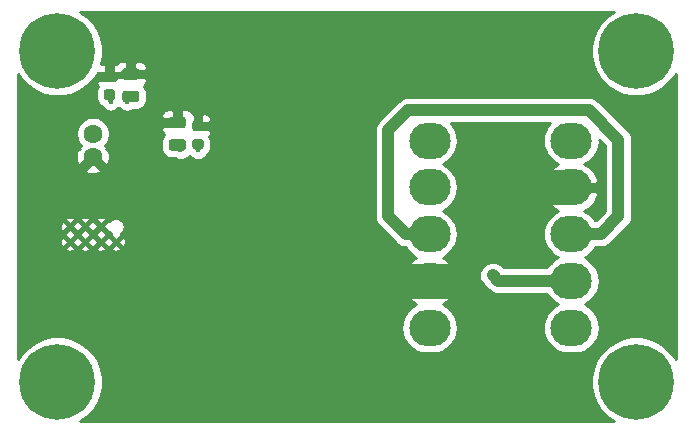
<source format=gbl>
G04 #@! TF.GenerationSoftware,KiCad,Pcbnew,5.1.10-88a1d61d58~90~ubuntu20.04.1*
G04 #@! TF.CreationDate,2021-10-22T15:45:46-05:00*
G04 #@! TF.ProjectId,power-share,706f7765-722d-4736-9861-72652e6b6963,rev?*
G04 #@! TF.SameCoordinates,Original*
G04 #@! TF.FileFunction,Copper,L2,Bot*
G04 #@! TF.FilePolarity,Positive*
%FSLAX46Y46*%
G04 Gerber Fmt 4.6, Leading zero omitted, Abs format (unit mm)*
G04 Created by KiCad (PCBNEW 5.1.10-88a1d61d58~90~ubuntu20.04.1) date 2021-10-22 15:45:46*
%MOMM*%
%LPD*%
G01*
G04 APERTURE LIST*
G04 #@! TA.AperFunction,ComponentPad*
%ADD10C,0.800000*%
G04 #@! TD*
G04 #@! TA.AperFunction,ComponentPad*
%ADD11C,6.400000*%
G04 #@! TD*
G04 #@! TA.AperFunction,ComponentPad*
%ADD12C,0.400000*%
G04 #@! TD*
G04 #@! TA.AperFunction,ComponentPad*
%ADD13O,3.500000X3.100000*%
G04 #@! TD*
G04 #@! TA.AperFunction,ComponentPad*
%ADD14C,1.597660*%
G04 #@! TD*
G04 #@! TA.AperFunction,ViaPad*
%ADD15C,0.800000*%
G04 #@! TD*
G04 #@! TA.AperFunction,ViaPad*
%ADD16C,0.900000*%
G04 #@! TD*
G04 #@! TA.AperFunction,ViaPad*
%ADD17C,0.400000*%
G04 #@! TD*
G04 #@! TA.AperFunction,Conductor*
%ADD18C,3.000000*%
G04 #@! TD*
G04 #@! TA.AperFunction,Conductor*
%ADD19C,1.000000*%
G04 #@! TD*
G04 #@! TA.AperFunction,Conductor*
%ADD20C,0.200000*%
G04 #@! TD*
G04 #@! TA.AperFunction,Conductor*
%ADD21C,0.254000*%
G04 #@! TD*
G04 #@! TA.AperFunction,Conductor*
%ADD22C,0.100000*%
G04 #@! TD*
G04 APERTURE END LIST*
G04 #@! TA.AperFunction,SMDPad,CuDef*
G36*
G01*
X92675000Y-105450000D02*
X91725000Y-105450000D01*
G75*
G02*
X91475000Y-105200000I0J250000D01*
G01*
X91475000Y-104700000D01*
G75*
G02*
X91725000Y-104450000I250000J0D01*
G01*
X92675000Y-104450000D01*
G75*
G02*
X92925000Y-104700000I0J-250000D01*
G01*
X92925000Y-105200000D01*
G75*
G02*
X92675000Y-105450000I-250000J0D01*
G01*
G37*
G04 #@! TD.AperFunction*
G04 #@! TA.AperFunction,SMDPad,CuDef*
G36*
G01*
X92675000Y-107350000D02*
X91725000Y-107350000D01*
G75*
G02*
X91475000Y-107100000I0J250000D01*
G01*
X91475000Y-106600000D01*
G75*
G02*
X91725000Y-106350000I250000J0D01*
G01*
X92675000Y-106350000D01*
G75*
G02*
X92925000Y-106600000I0J-250000D01*
G01*
X92925000Y-107100000D01*
G75*
G02*
X92675000Y-107350000I-250000J0D01*
G01*
G37*
G04 #@! TD.AperFunction*
G04 #@! TA.AperFunction,SMDPad,CuDef*
G36*
G01*
X96625000Y-109550000D02*
X95675000Y-109550000D01*
G75*
G02*
X95425000Y-109300000I0J250000D01*
G01*
X95425000Y-108800000D01*
G75*
G02*
X95675000Y-108550000I250000J0D01*
G01*
X96625000Y-108550000D01*
G75*
G02*
X96875000Y-108800000I0J-250000D01*
G01*
X96875000Y-109300000D01*
G75*
G02*
X96625000Y-109550000I-250000J0D01*
G01*
G37*
G04 #@! TD.AperFunction*
G04 #@! TA.AperFunction,SMDPad,CuDef*
G36*
G01*
X96625000Y-111450000D02*
X95675000Y-111450000D01*
G75*
G02*
X95425000Y-111200000I0J250000D01*
G01*
X95425000Y-110700000D01*
G75*
G02*
X95675000Y-110450000I250000J0D01*
G01*
X96625000Y-110450000D01*
G75*
G02*
X96875000Y-110700000I0J-250000D01*
G01*
X96875000Y-111200000D01*
G75*
G02*
X96625000Y-111450000I-250000J0D01*
G01*
G37*
G04 #@! TD.AperFunction*
G04 #@! TA.AperFunction,SMDPad,CuDef*
G36*
G01*
X90650000Y-105600000D02*
X90150000Y-105600000D01*
G75*
G02*
X89925000Y-105375000I0J225000D01*
G01*
X89925000Y-104925000D01*
G75*
G02*
X90150000Y-104700000I225000J0D01*
G01*
X90650000Y-104700000D01*
G75*
G02*
X90875000Y-104925000I0J-225000D01*
G01*
X90875000Y-105375000D01*
G75*
G02*
X90650000Y-105600000I-225000J0D01*
G01*
G37*
G04 #@! TD.AperFunction*
G04 #@! TA.AperFunction,SMDPad,CuDef*
G36*
G01*
X90650000Y-107150000D02*
X90150000Y-107150000D01*
G75*
G02*
X89925000Y-106925000I0J225000D01*
G01*
X89925000Y-106475000D01*
G75*
G02*
X90150000Y-106250000I225000J0D01*
G01*
X90650000Y-106250000D01*
G75*
G02*
X90875000Y-106475000I0J-225000D01*
G01*
X90875000Y-106925000D01*
G75*
G02*
X90650000Y-107150000I-225000J0D01*
G01*
G37*
G04 #@! TD.AperFunction*
G04 #@! TA.AperFunction,SMDPad,CuDef*
G36*
G01*
X98150000Y-109800000D02*
X97650000Y-109800000D01*
G75*
G02*
X97425000Y-109575000I0J225000D01*
G01*
X97425000Y-109125000D01*
G75*
G02*
X97650000Y-108900000I225000J0D01*
G01*
X98150000Y-108900000D01*
G75*
G02*
X98375000Y-109125000I0J-225000D01*
G01*
X98375000Y-109575000D01*
G75*
G02*
X98150000Y-109800000I-225000J0D01*
G01*
G37*
G04 #@! TD.AperFunction*
G04 #@! TA.AperFunction,SMDPad,CuDef*
G36*
G01*
X98150000Y-111350000D02*
X97650000Y-111350000D01*
G75*
G02*
X97425000Y-111125000I0J225000D01*
G01*
X97425000Y-110675000D01*
G75*
G02*
X97650000Y-110450000I225000J0D01*
G01*
X98150000Y-110450000D01*
G75*
G02*
X98375000Y-110675000I0J-225000D01*
G01*
X98375000Y-111125000D01*
G75*
G02*
X98150000Y-111350000I-225000J0D01*
G01*
G37*
G04 #@! TD.AperFunction*
D10*
X136697056Y-101302944D03*
X135000000Y-100600000D03*
X133302944Y-101302944D03*
X132600000Y-103000000D03*
X133302944Y-104697056D03*
X135000000Y-105400000D03*
X136697056Y-104697056D03*
X137400000Y-103000000D03*
D11*
X135000000Y-103000000D03*
D12*
X90950000Y-119150000D03*
X89650000Y-119150000D03*
X89650000Y-117850000D03*
X88350000Y-117850000D03*
X88340000Y-119150000D03*
X87050000Y-117850000D03*
X87050000Y-119150000D03*
D10*
X136697056Y-129302944D03*
X135000000Y-128600000D03*
X133302944Y-129302944D03*
X132600000Y-131000000D03*
X133302944Y-132697056D03*
X135000000Y-133400000D03*
X136697056Y-132697056D03*
X137400000Y-131000000D03*
D11*
X135000000Y-131000000D03*
D10*
X87697056Y-129302944D03*
X86000000Y-128600000D03*
X84302944Y-129302944D03*
X83600000Y-131000000D03*
X84302944Y-132697056D03*
X86000000Y-133400000D03*
X87697056Y-132697056D03*
X88400000Y-131000000D03*
D11*
X86000000Y-131000000D03*
D10*
X87697056Y-101302944D03*
X86000000Y-100600000D03*
X84302944Y-101302944D03*
X83600000Y-103000000D03*
X84302944Y-104697056D03*
X86000000Y-105400000D03*
X87697056Y-104697056D03*
X88400000Y-103000000D03*
D11*
X86000000Y-103000000D03*
D13*
X117500000Y-126420000D03*
X117500000Y-122460000D03*
X117500000Y-118500000D03*
X117500000Y-114540000D03*
X117500000Y-110580000D03*
D14*
X89000000Y-110001780D03*
X89000000Y-111998220D03*
D13*
X129500000Y-110580000D03*
X129500000Y-114540000D03*
X129500000Y-118500000D03*
X129500000Y-122460000D03*
X129500000Y-126420000D03*
D15*
X93000000Y-119000000D03*
X94500000Y-119000000D03*
X96000000Y-117000000D03*
X96000000Y-118000000D03*
X97500000Y-118000000D03*
X97500000Y-117000000D03*
X99000000Y-117000000D03*
X99000000Y-118000000D03*
X107000000Y-111000000D03*
X109000000Y-111000000D03*
X111000000Y-111000000D03*
X111000000Y-113000000D03*
X109000000Y-113000000D03*
X107000000Y-113000000D03*
X107000000Y-115000000D03*
X109000000Y-115000000D03*
X111000000Y-115000000D03*
X111000000Y-117000000D03*
X109000000Y-117000000D03*
X107000000Y-117000000D03*
X107000000Y-119000000D03*
X109000000Y-119000000D03*
X111000000Y-119000000D03*
X111000000Y-121000000D03*
X109000000Y-121000000D03*
X107000000Y-121000000D03*
X84000000Y-109500000D03*
X84000000Y-111000000D03*
X84000000Y-112500000D03*
X84000000Y-114000000D03*
X84000000Y-115500000D03*
X85500000Y-115500000D03*
X85500000Y-114000000D03*
X85500000Y-112500000D03*
X85500000Y-111000000D03*
D16*
X108000000Y-129000000D03*
X110000000Y-129000000D03*
X112000000Y-129000000D03*
X114000000Y-129000000D03*
X106000000Y-131000000D03*
X106000000Y-133000000D03*
X102000000Y-129000000D03*
X97000000Y-129000000D03*
X93000000Y-131000000D03*
X93000000Y-133000000D03*
X91000000Y-133000000D03*
X91000000Y-131000000D03*
X84000000Y-121000000D03*
X84000000Y-123000000D03*
X84000000Y-125000000D03*
X129000000Y-101000000D03*
X126000000Y-101000000D03*
X123000000Y-101000000D03*
X120000000Y-101000000D03*
X117000000Y-101000000D03*
X114000000Y-101000000D03*
X133000000Y-120000000D03*
X133000000Y-124000000D03*
X133000000Y-122000000D03*
X121000000Y-123000000D03*
X121000000Y-121000000D03*
X121000000Y-119000000D03*
X121000000Y-117000000D03*
X121000000Y-110000000D03*
X121000000Y-112000000D03*
X122850000Y-122000000D03*
D17*
X96400000Y-111400000D03*
X97900000Y-111400000D03*
X91900000Y-107300000D03*
X90500000Y-107300000D03*
D18*
X117500000Y-122460000D02*
X114660000Y-122460000D01*
X117500000Y-122460000D02*
X119660000Y-122460000D01*
X129500000Y-114540000D02*
X126840000Y-114540000D01*
D19*
X115500000Y-118500000D02*
X117500000Y-118500000D01*
X114000000Y-117000000D02*
X115500000Y-118500000D01*
X133500000Y-110500000D02*
X131000000Y-108000000D01*
X114000000Y-109700000D02*
X114000000Y-117000000D01*
X115700000Y-108000000D02*
X114000000Y-109700000D01*
X133500000Y-117000000D02*
X133500000Y-110500000D01*
X131000000Y-108000000D02*
X115700000Y-108000000D01*
X132000000Y-118500000D02*
X133500000Y-117000000D01*
X129500000Y-118500000D02*
X132000000Y-118500000D01*
X123310000Y-122460000D02*
X122850000Y-122000000D01*
X129500000Y-122460000D02*
X123310000Y-122460000D01*
D20*
X96400000Y-110900000D02*
X96400000Y-111400000D01*
X97900000Y-110900000D02*
X97900000Y-111400000D01*
X91900000Y-106700000D02*
X91900000Y-107300000D01*
X90400000Y-107200000D02*
X90500000Y-107300000D01*
X90400000Y-106700000D02*
X90400000Y-107200000D01*
D21*
X132555330Y-100021161D02*
X132021161Y-100555330D01*
X131601467Y-101183446D01*
X131312377Y-101881372D01*
X131165000Y-102622285D01*
X131165000Y-103377715D01*
X131312377Y-104118628D01*
X131601467Y-104816554D01*
X132021161Y-105444670D01*
X132555330Y-105978839D01*
X133183446Y-106398533D01*
X133881372Y-106687623D01*
X134622285Y-106835000D01*
X135377715Y-106835000D01*
X136118628Y-106687623D01*
X136816554Y-106398533D01*
X137444670Y-105978839D01*
X137978839Y-105444670D01*
X138340001Y-104904153D01*
X138340000Y-129095845D01*
X137978839Y-128555330D01*
X137444670Y-128021161D01*
X136816554Y-127601467D01*
X136118628Y-127312377D01*
X135377715Y-127165000D01*
X134622285Y-127165000D01*
X133881372Y-127312377D01*
X133183446Y-127601467D01*
X132555330Y-128021161D01*
X132021161Y-128555330D01*
X131601467Y-129183446D01*
X131312377Y-129881372D01*
X131165000Y-130622285D01*
X131165000Y-131377715D01*
X131312377Y-132118628D01*
X131601467Y-132816554D01*
X132021161Y-133444670D01*
X132555330Y-133978839D01*
X133095845Y-134340000D01*
X87904155Y-134340000D01*
X88444670Y-133978839D01*
X88978839Y-133444670D01*
X89398533Y-132816554D01*
X89687623Y-132118628D01*
X89835000Y-131377715D01*
X89835000Y-130622285D01*
X89687623Y-129881372D01*
X89398533Y-129183446D01*
X88978839Y-128555330D01*
X88444670Y-128021161D01*
X87816554Y-127601467D01*
X87118628Y-127312377D01*
X86377715Y-127165000D01*
X85622285Y-127165000D01*
X84881372Y-127312377D01*
X84183446Y-127601467D01*
X83555330Y-128021161D01*
X83021161Y-128555330D01*
X82660000Y-129095845D01*
X82660000Y-126420000D01*
X115104428Y-126420000D01*
X115146615Y-126848335D01*
X115271556Y-127260209D01*
X115474449Y-127639794D01*
X115747496Y-127972504D01*
X116080206Y-128245551D01*
X116459791Y-128448444D01*
X116871665Y-128573385D01*
X117192660Y-128605000D01*
X117807340Y-128605000D01*
X118128335Y-128573385D01*
X118540209Y-128448444D01*
X118919794Y-128245551D01*
X119252504Y-127972504D01*
X119525551Y-127639794D01*
X119728444Y-127260209D01*
X119853385Y-126848335D01*
X119895572Y-126420000D01*
X119853385Y-125991665D01*
X119728444Y-125579791D01*
X119525551Y-125200206D01*
X119252504Y-124867496D01*
X118919794Y-124594449D01*
X118615441Y-124431769D01*
X118901518Y-124280985D01*
X119233688Y-124011591D01*
X119506919Y-123682570D01*
X119710711Y-123306566D01*
X119798481Y-123068770D01*
X119707775Y-122733000D01*
X117773000Y-122733000D01*
X117773000Y-122753000D01*
X117227000Y-122753000D01*
X117227000Y-122733000D01*
X115292225Y-122733000D01*
X115201519Y-123068770D01*
X115289289Y-123306566D01*
X115493081Y-123682570D01*
X115766312Y-124011591D01*
X116098482Y-124280985D01*
X116384559Y-124431769D01*
X116080206Y-124594449D01*
X115747496Y-124867496D01*
X115474449Y-125200206D01*
X115271556Y-125579791D01*
X115146615Y-125991665D01*
X115104428Y-126420000D01*
X82660000Y-126420000D01*
X82660000Y-119869131D01*
X86617753Y-119869131D01*
X86766354Y-119939640D01*
X86925855Y-119979805D01*
X87090128Y-119988079D01*
X87252858Y-119964147D01*
X87407792Y-119908928D01*
X87482247Y-119869131D01*
X87907753Y-119869131D01*
X88056354Y-119939640D01*
X88215855Y-119979805D01*
X88380128Y-119988079D01*
X88542858Y-119964147D01*
X88697792Y-119908928D01*
X88772247Y-119869131D01*
X89217753Y-119869131D01*
X89366354Y-119939640D01*
X89525855Y-119979805D01*
X89690128Y-119988079D01*
X89852858Y-119964147D01*
X90007792Y-119908928D01*
X90082247Y-119869131D01*
X90517753Y-119869131D01*
X90666354Y-119939640D01*
X90825855Y-119979805D01*
X90990128Y-119988079D01*
X91152858Y-119964147D01*
X91307792Y-119908928D01*
X91382247Y-119869131D01*
X91376641Y-119679879D01*
X90950000Y-119253238D01*
X90523359Y-119679879D01*
X90517753Y-119869131D01*
X90082247Y-119869131D01*
X90076641Y-119679879D01*
X89650000Y-119253238D01*
X89223359Y-119679879D01*
X89217753Y-119869131D01*
X88772247Y-119869131D01*
X88766641Y-119679879D01*
X88340000Y-119253238D01*
X87913359Y-119679879D01*
X87907753Y-119869131D01*
X87482247Y-119869131D01*
X87476641Y-119679879D01*
X87050000Y-119253238D01*
X86623359Y-119679879D01*
X86617753Y-119869131D01*
X82660000Y-119869131D01*
X82660000Y-119190128D01*
X86211921Y-119190128D01*
X86235853Y-119352858D01*
X86291072Y-119507792D01*
X86330869Y-119582247D01*
X86520121Y-119576641D01*
X86946762Y-119150000D01*
X87153238Y-119150000D01*
X87579879Y-119576641D01*
X87618484Y-119577785D01*
X87620869Y-119582247D01*
X87695000Y-119580051D01*
X87769131Y-119582247D01*
X87771245Y-119577793D01*
X87810121Y-119576641D01*
X88236762Y-119150000D01*
X88443238Y-119150000D01*
X88869879Y-119576641D01*
X88928806Y-119578387D01*
X88930869Y-119582247D01*
X88995000Y-119580347D01*
X89059131Y-119582247D01*
X89060959Y-119578393D01*
X89120121Y-119576641D01*
X89546762Y-119150000D01*
X89753238Y-119150000D01*
X90179879Y-119576641D01*
X90228645Y-119578086D01*
X90230869Y-119582247D01*
X90300000Y-119580199D01*
X90369131Y-119582247D01*
X90371102Y-119578093D01*
X90420121Y-119576641D01*
X90846762Y-119150000D01*
X91053238Y-119150000D01*
X91479879Y-119576641D01*
X91669131Y-119582247D01*
X91739640Y-119433646D01*
X91779805Y-119274145D01*
X91788079Y-119109872D01*
X91764147Y-118947142D01*
X91708928Y-118792208D01*
X91669131Y-118717753D01*
X91479879Y-118723359D01*
X91053238Y-119150000D01*
X90846762Y-119150000D01*
X90420121Y-118723359D01*
X90371355Y-118721914D01*
X90369131Y-118717753D01*
X90300000Y-118719801D01*
X90230869Y-118717753D01*
X90228898Y-118721907D01*
X90179879Y-118723359D01*
X89753238Y-119150000D01*
X89546762Y-119150000D01*
X89120121Y-118723359D01*
X89061194Y-118721613D01*
X89059131Y-118717753D01*
X88995000Y-118719653D01*
X88930869Y-118717753D01*
X88929041Y-118721607D01*
X88869879Y-118723359D01*
X88443238Y-119150000D01*
X88236762Y-119150000D01*
X87810121Y-118723359D01*
X87771516Y-118722215D01*
X87769131Y-118717753D01*
X87695000Y-118719949D01*
X87620869Y-118717753D01*
X87618755Y-118722207D01*
X87579879Y-118723359D01*
X87153238Y-119150000D01*
X86946762Y-119150000D01*
X86520121Y-118723359D01*
X86330869Y-118717753D01*
X86260360Y-118866354D01*
X86220195Y-119025855D01*
X86211921Y-119190128D01*
X82660000Y-119190128D01*
X82660000Y-118430869D01*
X86617753Y-118430869D01*
X86619801Y-118499999D01*
X86617753Y-118569131D01*
X86621907Y-118571102D01*
X86623359Y-118620121D01*
X87050000Y-119046762D01*
X87476641Y-118620121D01*
X87478086Y-118571355D01*
X87482247Y-118569131D01*
X87480199Y-118499999D01*
X87482247Y-118430869D01*
X87907753Y-118430869D01*
X87913359Y-118620121D01*
X88340000Y-119046762D01*
X88766641Y-118620121D01*
X88767925Y-118576786D01*
X88782247Y-118569131D01*
X88778152Y-118430869D01*
X89217753Y-118430869D01*
X89219801Y-118499999D01*
X89217753Y-118569131D01*
X89221907Y-118571102D01*
X89223359Y-118620121D01*
X89650000Y-119046762D01*
X90076641Y-118620121D01*
X90078086Y-118571355D01*
X90082247Y-118569131D01*
X90080199Y-118499999D01*
X90082247Y-118430869D01*
X90078093Y-118428898D01*
X90076641Y-118379879D01*
X89650000Y-117953238D01*
X89223359Y-118379879D01*
X89221914Y-118428645D01*
X89217753Y-118430869D01*
X88778152Y-118430869D01*
X88776641Y-118379879D01*
X88350000Y-117953238D01*
X87923359Y-118379879D01*
X87922075Y-118423214D01*
X87907753Y-118430869D01*
X87482247Y-118430869D01*
X87478093Y-118428898D01*
X87476641Y-118379879D01*
X87050000Y-117953238D01*
X86623359Y-118379879D01*
X86621914Y-118428645D01*
X86617753Y-118430869D01*
X82660000Y-118430869D01*
X82660000Y-117890128D01*
X86211921Y-117890128D01*
X86235853Y-118052858D01*
X86291072Y-118207792D01*
X86330869Y-118282247D01*
X86520121Y-118276641D01*
X86946762Y-117850000D01*
X87153238Y-117850000D01*
X87579879Y-118276641D01*
X87628645Y-118278086D01*
X87630869Y-118282247D01*
X87700000Y-118280199D01*
X87769131Y-118282247D01*
X87771102Y-118278093D01*
X87820121Y-118276641D01*
X88246762Y-117850000D01*
X88453238Y-117850000D01*
X88879879Y-118276641D01*
X88928645Y-118278086D01*
X88930869Y-118282247D01*
X89000000Y-118280199D01*
X89069131Y-118282247D01*
X89071102Y-118278093D01*
X89120121Y-118276641D01*
X89546762Y-117850000D01*
X89753238Y-117850000D01*
X90179879Y-118276641D01*
X90354553Y-118281815D01*
X90379088Y-118318535D01*
X90481465Y-118420912D01*
X90518185Y-118445447D01*
X90523359Y-118620121D01*
X90950000Y-119046762D01*
X91376641Y-118620121D01*
X91381815Y-118445447D01*
X91418535Y-118420912D01*
X91520912Y-118318535D01*
X91601348Y-118198153D01*
X91656754Y-118064391D01*
X91685000Y-117922391D01*
X91685000Y-117777609D01*
X91656754Y-117635609D01*
X91601348Y-117501847D01*
X91520912Y-117381465D01*
X91418535Y-117279088D01*
X91298153Y-117198652D01*
X91164391Y-117143246D01*
X91022391Y-117115000D01*
X90877609Y-117115000D01*
X90735609Y-117143246D01*
X90601847Y-117198652D01*
X90481465Y-117279088D01*
X90379088Y-117381465D01*
X90354553Y-117418185D01*
X90179879Y-117423359D01*
X89753238Y-117850000D01*
X89546762Y-117850000D01*
X89120121Y-117423359D01*
X89071355Y-117421914D01*
X89069131Y-117417753D01*
X89000000Y-117419801D01*
X88930869Y-117417753D01*
X88928898Y-117421907D01*
X88879879Y-117423359D01*
X88453238Y-117850000D01*
X88246762Y-117850000D01*
X87820121Y-117423359D01*
X87771355Y-117421914D01*
X87769131Y-117417753D01*
X87700000Y-117419801D01*
X87630869Y-117417753D01*
X87628898Y-117421907D01*
X87579879Y-117423359D01*
X87153238Y-117850000D01*
X86946762Y-117850000D01*
X86520121Y-117423359D01*
X86330869Y-117417753D01*
X86260360Y-117566354D01*
X86220195Y-117725855D01*
X86211921Y-117890128D01*
X82660000Y-117890128D01*
X82660000Y-117130869D01*
X86617753Y-117130869D01*
X86623359Y-117320121D01*
X87050000Y-117746762D01*
X87476641Y-117320121D01*
X87482247Y-117130869D01*
X87917753Y-117130869D01*
X87923359Y-117320121D01*
X88350000Y-117746762D01*
X88776641Y-117320121D01*
X88782247Y-117130869D01*
X89217753Y-117130869D01*
X89223359Y-117320121D01*
X89650000Y-117746762D01*
X90076641Y-117320121D01*
X90082247Y-117130869D01*
X89933646Y-117060360D01*
X89774145Y-117020195D01*
X89609872Y-117011921D01*
X89447142Y-117035853D01*
X89292208Y-117091072D01*
X89217753Y-117130869D01*
X88782247Y-117130869D01*
X88633646Y-117060360D01*
X88474145Y-117020195D01*
X88309872Y-117011921D01*
X88147142Y-117035853D01*
X87992208Y-117091072D01*
X87917753Y-117130869D01*
X87482247Y-117130869D01*
X87333646Y-117060360D01*
X87174145Y-117020195D01*
X87009872Y-117011921D01*
X86847142Y-117035853D01*
X86692208Y-117091072D01*
X86617753Y-117130869D01*
X82660000Y-117130869D01*
X82660000Y-113076992D01*
X88307308Y-113076992D01*
X88389342Y-113303175D01*
X88655660Y-113397234D01*
X88935211Y-113437530D01*
X89217251Y-113422514D01*
X89490944Y-113352763D01*
X89610658Y-113303175D01*
X89692692Y-113076992D01*
X89000000Y-112384300D01*
X88307308Y-113076992D01*
X82660000Y-113076992D01*
X82660000Y-111933431D01*
X87560690Y-111933431D01*
X87575706Y-112215471D01*
X87645457Y-112489164D01*
X87695045Y-112608878D01*
X87921228Y-112690912D01*
X88613920Y-111998220D01*
X88599778Y-111984078D01*
X88985858Y-111597998D01*
X89000000Y-111612140D01*
X89014143Y-111597998D01*
X89400223Y-111984078D01*
X89386080Y-111998220D01*
X90078772Y-112690912D01*
X90304955Y-112608878D01*
X90399014Y-112342560D01*
X90439310Y-112063009D01*
X90424294Y-111780969D01*
X90354543Y-111507276D01*
X90304955Y-111387562D01*
X90078775Y-111305529D01*
X90211384Y-111172920D01*
X90033994Y-110995530D01*
X90113729Y-110915794D01*
X90270644Y-110680953D01*
X90378729Y-110420013D01*
X90433830Y-110143000D01*
X90433830Y-109860560D01*
X90378729Y-109583547D01*
X90364834Y-109550000D01*
X94786928Y-109550000D01*
X94799188Y-109674482D01*
X94835498Y-109794180D01*
X94894463Y-109904494D01*
X94973815Y-110001185D01*
X95053594Y-110066658D01*
X95047038Y-110072038D01*
X94936595Y-110206614D01*
X94854528Y-110360150D01*
X94803992Y-110526746D01*
X94786928Y-110700000D01*
X94786928Y-111200000D01*
X94803992Y-111373254D01*
X94854528Y-111539850D01*
X94936595Y-111693386D01*
X95047038Y-111827962D01*
X95181614Y-111938405D01*
X95335150Y-112020472D01*
X95501746Y-112071008D01*
X95675000Y-112088072D01*
X95926813Y-112088072D01*
X96004479Y-112139967D01*
X96156440Y-112202911D01*
X96317760Y-112235000D01*
X96482240Y-112235000D01*
X96643560Y-112202911D01*
X96795521Y-112139967D01*
X96932281Y-112048587D01*
X96958457Y-112022411D01*
X96964850Y-112020472D01*
X97118386Y-111938405D01*
X97206944Y-111865728D01*
X97251413Y-111932281D01*
X97367719Y-112048587D01*
X97504479Y-112139967D01*
X97656440Y-112202911D01*
X97817760Y-112235000D01*
X97982240Y-112235000D01*
X98143560Y-112202911D01*
X98295521Y-112139967D01*
X98432281Y-112048587D01*
X98548587Y-111932281D01*
X98596831Y-111860078D01*
X98629497Y-111842618D01*
X98760284Y-111735284D01*
X98867618Y-111604497D01*
X98947375Y-111455283D01*
X98996488Y-111293377D01*
X99013072Y-111125000D01*
X99013072Y-110675000D01*
X98996488Y-110506623D01*
X98947375Y-110344717D01*
X98869300Y-110198649D01*
X98905537Y-110154494D01*
X98964502Y-110044180D01*
X99000812Y-109924482D01*
X99013072Y-109800000D01*
X99010000Y-109781750D01*
X98928250Y-109700000D01*
X112859509Y-109700000D01*
X112865000Y-109755752D01*
X112865001Y-116944239D01*
X112859509Y-117000000D01*
X112881423Y-117222498D01*
X112946324Y-117436446D01*
X112981282Y-117501847D01*
X113051717Y-117633623D01*
X113193552Y-117806449D01*
X113236860Y-117841991D01*
X114658008Y-119263140D01*
X114693551Y-119306449D01*
X114866377Y-119448284D01*
X115063553Y-119553676D01*
X115277501Y-119618577D01*
X115428285Y-119633428D01*
X115474449Y-119719794D01*
X115747496Y-120052504D01*
X116080206Y-120325551D01*
X116384559Y-120488231D01*
X116098482Y-120639015D01*
X115766312Y-120908409D01*
X115493081Y-121237430D01*
X115289289Y-121613434D01*
X115201519Y-121851230D01*
X115292225Y-122187000D01*
X117227000Y-122187000D01*
X117227000Y-122167000D01*
X117773000Y-122167000D01*
X117773000Y-122187000D01*
X119707775Y-122187000D01*
X119798481Y-121851230D01*
X119710711Y-121613434D01*
X119506919Y-121237430D01*
X119233688Y-120908409D01*
X118901518Y-120639015D01*
X118615441Y-120488231D01*
X118919794Y-120325551D01*
X119252504Y-120052504D01*
X119525551Y-119719794D01*
X119728444Y-119340209D01*
X119853385Y-118928335D01*
X119895572Y-118500000D01*
X119853385Y-118071665D01*
X119728444Y-117659791D01*
X119525551Y-117280206D01*
X119252504Y-116947496D01*
X118919794Y-116674449D01*
X118630841Y-116520000D01*
X118919794Y-116365551D01*
X119252504Y-116092504D01*
X119525551Y-115759794D01*
X119728444Y-115380209D01*
X119853385Y-114968335D01*
X119895572Y-114540000D01*
X119853385Y-114111665D01*
X119728444Y-113699791D01*
X119525551Y-113320206D01*
X119252504Y-112987496D01*
X118919794Y-112714449D01*
X118630841Y-112560000D01*
X118919794Y-112405551D01*
X119252504Y-112132504D01*
X119525551Y-111799794D01*
X119728444Y-111420209D01*
X119853385Y-111008335D01*
X119895572Y-110580000D01*
X119853385Y-110151665D01*
X119728444Y-109739791D01*
X119525551Y-109360206D01*
X119340730Y-109135000D01*
X127659270Y-109135000D01*
X127474449Y-109360206D01*
X127271556Y-109739791D01*
X127146615Y-110151665D01*
X127104428Y-110580000D01*
X127146615Y-111008335D01*
X127271556Y-111420209D01*
X127474449Y-111799794D01*
X127747496Y-112132504D01*
X128080206Y-112405551D01*
X128384559Y-112568231D01*
X128098482Y-112719015D01*
X127766312Y-112988409D01*
X127493081Y-113317430D01*
X127289289Y-113693434D01*
X127201519Y-113931230D01*
X127292225Y-114267000D01*
X129227000Y-114267000D01*
X129227000Y-114247000D01*
X129773000Y-114247000D01*
X129773000Y-114267000D01*
X131707775Y-114267000D01*
X131798481Y-113931230D01*
X131710711Y-113693434D01*
X131506919Y-113317430D01*
X131233688Y-112988409D01*
X130901518Y-112719015D01*
X130615441Y-112568231D01*
X130919794Y-112405551D01*
X131252504Y-112132504D01*
X131525551Y-111799794D01*
X131728444Y-111420209D01*
X131853385Y-111008335D01*
X131895572Y-110580000D01*
X131886909Y-110492040D01*
X132365001Y-110970133D01*
X132365000Y-116529868D01*
X131556591Y-117338278D01*
X131525551Y-117280206D01*
X131252504Y-116947496D01*
X130919794Y-116674449D01*
X130615441Y-116511769D01*
X130901518Y-116360985D01*
X131233688Y-116091591D01*
X131506919Y-115762570D01*
X131710711Y-115386566D01*
X131798481Y-115148770D01*
X131707775Y-114813000D01*
X129773000Y-114813000D01*
X129773000Y-114833000D01*
X129227000Y-114833000D01*
X129227000Y-114813000D01*
X127292225Y-114813000D01*
X127201519Y-115148770D01*
X127289289Y-115386566D01*
X127493081Y-115762570D01*
X127766312Y-116091591D01*
X128098482Y-116360985D01*
X128384559Y-116511769D01*
X128080206Y-116674449D01*
X127747496Y-116947496D01*
X127474449Y-117280206D01*
X127271556Y-117659791D01*
X127146615Y-118071665D01*
X127104428Y-118500000D01*
X127146615Y-118928335D01*
X127271556Y-119340209D01*
X127474449Y-119719794D01*
X127747496Y-120052504D01*
X128080206Y-120325551D01*
X128369159Y-120480000D01*
X128080206Y-120634449D01*
X127747496Y-120907496D01*
X127474449Y-121240206D01*
X127429126Y-121325000D01*
X123780131Y-121325000D01*
X123613143Y-121158012D01*
X123483622Y-121051717D01*
X123286446Y-120946324D01*
X123072498Y-120881423D01*
X122850000Y-120859509D01*
X122627502Y-120881423D01*
X122413554Y-120946324D01*
X122216378Y-121051717D01*
X122043552Y-121193552D01*
X121901717Y-121366378D01*
X121796324Y-121563554D01*
X121731423Y-121777502D01*
X121709509Y-122000000D01*
X121731423Y-122222498D01*
X121796324Y-122436446D01*
X121901717Y-122633622D01*
X122008012Y-122763143D01*
X122468004Y-123223135D01*
X122503551Y-123266449D01*
X122676377Y-123408284D01*
X122873553Y-123513676D01*
X123087501Y-123578577D01*
X123254248Y-123595000D01*
X123254257Y-123595000D01*
X123309999Y-123600490D01*
X123365741Y-123595000D01*
X127429126Y-123595000D01*
X127474449Y-123679794D01*
X127747496Y-124012504D01*
X128080206Y-124285551D01*
X128369159Y-124440000D01*
X128080206Y-124594449D01*
X127747496Y-124867496D01*
X127474449Y-125200206D01*
X127271556Y-125579791D01*
X127146615Y-125991665D01*
X127104428Y-126420000D01*
X127146615Y-126848335D01*
X127271556Y-127260209D01*
X127474449Y-127639794D01*
X127747496Y-127972504D01*
X128080206Y-128245551D01*
X128459791Y-128448444D01*
X128871665Y-128573385D01*
X129192660Y-128605000D01*
X129807340Y-128605000D01*
X130128335Y-128573385D01*
X130540209Y-128448444D01*
X130919794Y-128245551D01*
X131252504Y-127972504D01*
X131525551Y-127639794D01*
X131728444Y-127260209D01*
X131853385Y-126848335D01*
X131895572Y-126420000D01*
X131853385Y-125991665D01*
X131728444Y-125579791D01*
X131525551Y-125200206D01*
X131252504Y-124867496D01*
X130919794Y-124594449D01*
X130630841Y-124440000D01*
X130919794Y-124285551D01*
X131252504Y-124012504D01*
X131525551Y-123679794D01*
X131728444Y-123300209D01*
X131853385Y-122888335D01*
X131895572Y-122460000D01*
X131853385Y-122031665D01*
X131728444Y-121619791D01*
X131525551Y-121240206D01*
X131252504Y-120907496D01*
X130919794Y-120634449D01*
X130630841Y-120480000D01*
X130919794Y-120325551D01*
X131252504Y-120052504D01*
X131525551Y-119719794D01*
X131570874Y-119635000D01*
X131944249Y-119635000D01*
X132000000Y-119640491D01*
X132055751Y-119635000D01*
X132055752Y-119635000D01*
X132222499Y-119618577D01*
X132436447Y-119553676D01*
X132633623Y-119448284D01*
X132806449Y-119306449D01*
X132841996Y-119263135D01*
X134263140Y-117841992D01*
X134306449Y-117806449D01*
X134448284Y-117633623D01*
X134553676Y-117436447D01*
X134618577Y-117222499D01*
X134635000Y-117055752D01*
X134635000Y-117055743D01*
X134640490Y-117000001D01*
X134635000Y-116944259D01*
X134635000Y-110555751D01*
X134640491Y-110500000D01*
X134618577Y-110277501D01*
X134553676Y-110063553D01*
X134448284Y-109866377D01*
X134417209Y-109828512D01*
X134306449Y-109693551D01*
X134263141Y-109658009D01*
X131841996Y-107236865D01*
X131806449Y-107193551D01*
X131633623Y-107051716D01*
X131436447Y-106946324D01*
X131222499Y-106881423D01*
X131055752Y-106865000D01*
X131055751Y-106865000D01*
X131000000Y-106859509D01*
X130944249Y-106865000D01*
X115755751Y-106865000D01*
X115699999Y-106859509D01*
X115644248Y-106865000D01*
X115477501Y-106881423D01*
X115263553Y-106946324D01*
X115066377Y-107051716D01*
X114893551Y-107193551D01*
X114858009Y-107236860D01*
X113236865Y-108858004D01*
X113193551Y-108893551D01*
X113051716Y-109066377D01*
X112946325Y-109263553D01*
X112946324Y-109263554D01*
X112881423Y-109477502D01*
X112859509Y-109700000D01*
X98928250Y-109700000D01*
X98851250Y-109623000D01*
X98173000Y-109623000D01*
X98173000Y-109643000D01*
X97627000Y-109643000D01*
X97627000Y-109623000D01*
X97607000Y-109623000D01*
X97607000Y-109077000D01*
X97627000Y-109077000D01*
X97627000Y-108423750D01*
X98173000Y-108423750D01*
X98173000Y-109077000D01*
X98851250Y-109077000D01*
X99010000Y-108918250D01*
X99013072Y-108900000D01*
X99000812Y-108775518D01*
X98964502Y-108655820D01*
X98905537Y-108545506D01*
X98826185Y-108448815D01*
X98729494Y-108369463D01*
X98619180Y-108310498D01*
X98499482Y-108274188D01*
X98375000Y-108261928D01*
X98331750Y-108265000D01*
X98173000Y-108423750D01*
X97627000Y-108423750D01*
X97468250Y-108265000D01*
X97441674Y-108263112D01*
X97405537Y-108195506D01*
X97326185Y-108098815D01*
X97229494Y-108019463D01*
X97119180Y-107960498D01*
X96999482Y-107924188D01*
X96875000Y-107911928D01*
X96581750Y-107915000D01*
X96423000Y-108073750D01*
X96423000Y-108777000D01*
X96443000Y-108777000D01*
X96443000Y-109323000D01*
X96423000Y-109323000D01*
X96423000Y-109343000D01*
X95877000Y-109343000D01*
X95877000Y-109323000D01*
X94948750Y-109323000D01*
X94790000Y-109481750D01*
X94786928Y-109550000D01*
X90364834Y-109550000D01*
X90270644Y-109322607D01*
X90113729Y-109087766D01*
X89914014Y-108888051D01*
X89679173Y-108731136D01*
X89418233Y-108623051D01*
X89141220Y-108567950D01*
X88858780Y-108567950D01*
X88581767Y-108623051D01*
X88320827Y-108731136D01*
X88085986Y-108888051D01*
X87886271Y-109087766D01*
X87729356Y-109322607D01*
X87621271Y-109583547D01*
X87566170Y-109860560D01*
X87566170Y-110143000D01*
X87621271Y-110420013D01*
X87729356Y-110680953D01*
X87886271Y-110915794D01*
X87966007Y-110995530D01*
X87788616Y-111172920D01*
X87921225Y-111305529D01*
X87695045Y-111387562D01*
X87600986Y-111653880D01*
X87560690Y-111933431D01*
X82660000Y-111933431D01*
X82660000Y-108550000D01*
X94786928Y-108550000D01*
X94790000Y-108618250D01*
X94948750Y-108777000D01*
X95877000Y-108777000D01*
X95877000Y-108073750D01*
X95718250Y-107915000D01*
X95425000Y-107911928D01*
X95300518Y-107924188D01*
X95180820Y-107960498D01*
X95070506Y-108019463D01*
X94973815Y-108098815D01*
X94894463Y-108195506D01*
X94835498Y-108305820D01*
X94799188Y-108425518D01*
X94786928Y-108550000D01*
X82660000Y-108550000D01*
X82660000Y-104904155D01*
X83021161Y-105444670D01*
X83555330Y-105978839D01*
X84183446Y-106398533D01*
X84881372Y-106687623D01*
X85622285Y-106835000D01*
X86377715Y-106835000D01*
X87118628Y-106687623D01*
X87816554Y-106398533D01*
X88444670Y-105978839D01*
X88823509Y-105600000D01*
X89286928Y-105600000D01*
X89299188Y-105724482D01*
X89335498Y-105844180D01*
X89394463Y-105954494D01*
X89430700Y-105998649D01*
X89352625Y-106144717D01*
X89303512Y-106306623D01*
X89286928Y-106475000D01*
X89286928Y-106925000D01*
X89303512Y-107093377D01*
X89352625Y-107255283D01*
X89432382Y-107404497D01*
X89539716Y-107535284D01*
X89670503Y-107642618D01*
X89757348Y-107689038D01*
X89760033Y-107695521D01*
X89851413Y-107832281D01*
X89967719Y-107948587D01*
X90104479Y-108039967D01*
X90256440Y-108102911D01*
X90417760Y-108135000D01*
X90582240Y-108135000D01*
X90743560Y-108102911D01*
X90895521Y-108039967D01*
X91032281Y-107948587D01*
X91148587Y-107832281D01*
X91175349Y-107792229D01*
X91231614Y-107838405D01*
X91287304Y-107868172D01*
X91367719Y-107948587D01*
X91504479Y-108039967D01*
X91656440Y-108102911D01*
X91817760Y-108135000D01*
X91982240Y-108135000D01*
X92143560Y-108102911D01*
X92295521Y-108039967D01*
X92373187Y-107988072D01*
X92675000Y-107988072D01*
X92848254Y-107971008D01*
X93014850Y-107920472D01*
X93168386Y-107838405D01*
X93302962Y-107727962D01*
X93413405Y-107593386D01*
X93495472Y-107439850D01*
X93546008Y-107273254D01*
X93563072Y-107100000D01*
X93563072Y-106600000D01*
X93546008Y-106426746D01*
X93495472Y-106260150D01*
X93413405Y-106106614D01*
X93302962Y-105972038D01*
X93296406Y-105966658D01*
X93376185Y-105901185D01*
X93455537Y-105804494D01*
X93514502Y-105694180D01*
X93550812Y-105574482D01*
X93563072Y-105450000D01*
X93560000Y-105381750D01*
X93401250Y-105223000D01*
X92473000Y-105223000D01*
X92473000Y-105243000D01*
X91927000Y-105243000D01*
X91927000Y-105223000D01*
X90998750Y-105223000D01*
X90840000Y-105381750D01*
X90838143Y-105423000D01*
X90673000Y-105423000D01*
X90673000Y-105443000D01*
X90127000Y-105443000D01*
X90127000Y-105423000D01*
X89448750Y-105423000D01*
X89290000Y-105581750D01*
X89286928Y-105600000D01*
X88823509Y-105600000D01*
X88978839Y-105444670D01*
X89394436Y-104822686D01*
X89448750Y-104877000D01*
X90127000Y-104877000D01*
X90127000Y-104223750D01*
X90673000Y-104223750D01*
X90673000Y-104877000D01*
X91351250Y-104877000D01*
X91510000Y-104718250D01*
X91513072Y-104700000D01*
X91510807Y-104677000D01*
X91927000Y-104677000D01*
X91927000Y-103973750D01*
X92473000Y-103973750D01*
X92473000Y-104677000D01*
X93401250Y-104677000D01*
X93560000Y-104518250D01*
X93563072Y-104450000D01*
X93550812Y-104325518D01*
X93514502Y-104205820D01*
X93455537Y-104095506D01*
X93376185Y-103998815D01*
X93279494Y-103919463D01*
X93169180Y-103860498D01*
X93049482Y-103824188D01*
X92925000Y-103811928D01*
X92631750Y-103815000D01*
X92473000Y-103973750D01*
X91927000Y-103973750D01*
X91768250Y-103815000D01*
X91475000Y-103811928D01*
X91350518Y-103824188D01*
X91230820Y-103860498D01*
X91120506Y-103919463D01*
X91023815Y-103998815D01*
X90964764Y-104070769D01*
X90875000Y-104061928D01*
X90831750Y-104065000D01*
X90673000Y-104223750D01*
X90127000Y-104223750D01*
X89968250Y-104065000D01*
X89925000Y-104061928D01*
X89800518Y-104074188D01*
X89689781Y-104107780D01*
X89835000Y-103377715D01*
X89835000Y-102622285D01*
X89687623Y-101881372D01*
X89398533Y-101183446D01*
X88978839Y-100555330D01*
X88444670Y-100021161D01*
X87904155Y-99660000D01*
X133095845Y-99660000D01*
X132555330Y-100021161D01*
G04 #@! TA.AperFunction,Conductor*
D22*
G36*
X132555330Y-100021161D02*
G01*
X132021161Y-100555330D01*
X131601467Y-101183446D01*
X131312377Y-101881372D01*
X131165000Y-102622285D01*
X131165000Y-103377715D01*
X131312377Y-104118628D01*
X131601467Y-104816554D01*
X132021161Y-105444670D01*
X132555330Y-105978839D01*
X133183446Y-106398533D01*
X133881372Y-106687623D01*
X134622285Y-106835000D01*
X135377715Y-106835000D01*
X136118628Y-106687623D01*
X136816554Y-106398533D01*
X137444670Y-105978839D01*
X137978839Y-105444670D01*
X138340001Y-104904153D01*
X138340000Y-129095845D01*
X137978839Y-128555330D01*
X137444670Y-128021161D01*
X136816554Y-127601467D01*
X136118628Y-127312377D01*
X135377715Y-127165000D01*
X134622285Y-127165000D01*
X133881372Y-127312377D01*
X133183446Y-127601467D01*
X132555330Y-128021161D01*
X132021161Y-128555330D01*
X131601467Y-129183446D01*
X131312377Y-129881372D01*
X131165000Y-130622285D01*
X131165000Y-131377715D01*
X131312377Y-132118628D01*
X131601467Y-132816554D01*
X132021161Y-133444670D01*
X132555330Y-133978839D01*
X133095845Y-134340000D01*
X87904155Y-134340000D01*
X88444670Y-133978839D01*
X88978839Y-133444670D01*
X89398533Y-132816554D01*
X89687623Y-132118628D01*
X89835000Y-131377715D01*
X89835000Y-130622285D01*
X89687623Y-129881372D01*
X89398533Y-129183446D01*
X88978839Y-128555330D01*
X88444670Y-128021161D01*
X87816554Y-127601467D01*
X87118628Y-127312377D01*
X86377715Y-127165000D01*
X85622285Y-127165000D01*
X84881372Y-127312377D01*
X84183446Y-127601467D01*
X83555330Y-128021161D01*
X83021161Y-128555330D01*
X82660000Y-129095845D01*
X82660000Y-126420000D01*
X115104428Y-126420000D01*
X115146615Y-126848335D01*
X115271556Y-127260209D01*
X115474449Y-127639794D01*
X115747496Y-127972504D01*
X116080206Y-128245551D01*
X116459791Y-128448444D01*
X116871665Y-128573385D01*
X117192660Y-128605000D01*
X117807340Y-128605000D01*
X118128335Y-128573385D01*
X118540209Y-128448444D01*
X118919794Y-128245551D01*
X119252504Y-127972504D01*
X119525551Y-127639794D01*
X119728444Y-127260209D01*
X119853385Y-126848335D01*
X119895572Y-126420000D01*
X119853385Y-125991665D01*
X119728444Y-125579791D01*
X119525551Y-125200206D01*
X119252504Y-124867496D01*
X118919794Y-124594449D01*
X118615441Y-124431769D01*
X118901518Y-124280985D01*
X119233688Y-124011591D01*
X119506919Y-123682570D01*
X119710711Y-123306566D01*
X119798481Y-123068770D01*
X119707775Y-122733000D01*
X117773000Y-122733000D01*
X117773000Y-122753000D01*
X117227000Y-122753000D01*
X117227000Y-122733000D01*
X115292225Y-122733000D01*
X115201519Y-123068770D01*
X115289289Y-123306566D01*
X115493081Y-123682570D01*
X115766312Y-124011591D01*
X116098482Y-124280985D01*
X116384559Y-124431769D01*
X116080206Y-124594449D01*
X115747496Y-124867496D01*
X115474449Y-125200206D01*
X115271556Y-125579791D01*
X115146615Y-125991665D01*
X115104428Y-126420000D01*
X82660000Y-126420000D01*
X82660000Y-119869131D01*
X86617753Y-119869131D01*
X86766354Y-119939640D01*
X86925855Y-119979805D01*
X87090128Y-119988079D01*
X87252858Y-119964147D01*
X87407792Y-119908928D01*
X87482247Y-119869131D01*
X87907753Y-119869131D01*
X88056354Y-119939640D01*
X88215855Y-119979805D01*
X88380128Y-119988079D01*
X88542858Y-119964147D01*
X88697792Y-119908928D01*
X88772247Y-119869131D01*
X89217753Y-119869131D01*
X89366354Y-119939640D01*
X89525855Y-119979805D01*
X89690128Y-119988079D01*
X89852858Y-119964147D01*
X90007792Y-119908928D01*
X90082247Y-119869131D01*
X90517753Y-119869131D01*
X90666354Y-119939640D01*
X90825855Y-119979805D01*
X90990128Y-119988079D01*
X91152858Y-119964147D01*
X91307792Y-119908928D01*
X91382247Y-119869131D01*
X91376641Y-119679879D01*
X90950000Y-119253238D01*
X90523359Y-119679879D01*
X90517753Y-119869131D01*
X90082247Y-119869131D01*
X90076641Y-119679879D01*
X89650000Y-119253238D01*
X89223359Y-119679879D01*
X89217753Y-119869131D01*
X88772247Y-119869131D01*
X88766641Y-119679879D01*
X88340000Y-119253238D01*
X87913359Y-119679879D01*
X87907753Y-119869131D01*
X87482247Y-119869131D01*
X87476641Y-119679879D01*
X87050000Y-119253238D01*
X86623359Y-119679879D01*
X86617753Y-119869131D01*
X82660000Y-119869131D01*
X82660000Y-119190128D01*
X86211921Y-119190128D01*
X86235853Y-119352858D01*
X86291072Y-119507792D01*
X86330869Y-119582247D01*
X86520121Y-119576641D01*
X86946762Y-119150000D01*
X87153238Y-119150000D01*
X87579879Y-119576641D01*
X87618484Y-119577785D01*
X87620869Y-119582247D01*
X87695000Y-119580051D01*
X87769131Y-119582247D01*
X87771245Y-119577793D01*
X87810121Y-119576641D01*
X88236762Y-119150000D01*
X88443238Y-119150000D01*
X88869879Y-119576641D01*
X88928806Y-119578387D01*
X88930869Y-119582247D01*
X88995000Y-119580347D01*
X89059131Y-119582247D01*
X89060959Y-119578393D01*
X89120121Y-119576641D01*
X89546762Y-119150000D01*
X89753238Y-119150000D01*
X90179879Y-119576641D01*
X90228645Y-119578086D01*
X90230869Y-119582247D01*
X90300000Y-119580199D01*
X90369131Y-119582247D01*
X90371102Y-119578093D01*
X90420121Y-119576641D01*
X90846762Y-119150000D01*
X91053238Y-119150000D01*
X91479879Y-119576641D01*
X91669131Y-119582247D01*
X91739640Y-119433646D01*
X91779805Y-119274145D01*
X91788079Y-119109872D01*
X91764147Y-118947142D01*
X91708928Y-118792208D01*
X91669131Y-118717753D01*
X91479879Y-118723359D01*
X91053238Y-119150000D01*
X90846762Y-119150000D01*
X90420121Y-118723359D01*
X90371355Y-118721914D01*
X90369131Y-118717753D01*
X90300000Y-118719801D01*
X90230869Y-118717753D01*
X90228898Y-118721907D01*
X90179879Y-118723359D01*
X89753238Y-119150000D01*
X89546762Y-119150000D01*
X89120121Y-118723359D01*
X89061194Y-118721613D01*
X89059131Y-118717753D01*
X88995000Y-118719653D01*
X88930869Y-118717753D01*
X88929041Y-118721607D01*
X88869879Y-118723359D01*
X88443238Y-119150000D01*
X88236762Y-119150000D01*
X87810121Y-118723359D01*
X87771516Y-118722215D01*
X87769131Y-118717753D01*
X87695000Y-118719949D01*
X87620869Y-118717753D01*
X87618755Y-118722207D01*
X87579879Y-118723359D01*
X87153238Y-119150000D01*
X86946762Y-119150000D01*
X86520121Y-118723359D01*
X86330869Y-118717753D01*
X86260360Y-118866354D01*
X86220195Y-119025855D01*
X86211921Y-119190128D01*
X82660000Y-119190128D01*
X82660000Y-118430869D01*
X86617753Y-118430869D01*
X86619801Y-118499999D01*
X86617753Y-118569131D01*
X86621907Y-118571102D01*
X86623359Y-118620121D01*
X87050000Y-119046762D01*
X87476641Y-118620121D01*
X87478086Y-118571355D01*
X87482247Y-118569131D01*
X87480199Y-118499999D01*
X87482247Y-118430869D01*
X87907753Y-118430869D01*
X87913359Y-118620121D01*
X88340000Y-119046762D01*
X88766641Y-118620121D01*
X88767925Y-118576786D01*
X88782247Y-118569131D01*
X88778152Y-118430869D01*
X89217753Y-118430869D01*
X89219801Y-118499999D01*
X89217753Y-118569131D01*
X89221907Y-118571102D01*
X89223359Y-118620121D01*
X89650000Y-119046762D01*
X90076641Y-118620121D01*
X90078086Y-118571355D01*
X90082247Y-118569131D01*
X90080199Y-118499999D01*
X90082247Y-118430869D01*
X90078093Y-118428898D01*
X90076641Y-118379879D01*
X89650000Y-117953238D01*
X89223359Y-118379879D01*
X89221914Y-118428645D01*
X89217753Y-118430869D01*
X88778152Y-118430869D01*
X88776641Y-118379879D01*
X88350000Y-117953238D01*
X87923359Y-118379879D01*
X87922075Y-118423214D01*
X87907753Y-118430869D01*
X87482247Y-118430869D01*
X87478093Y-118428898D01*
X87476641Y-118379879D01*
X87050000Y-117953238D01*
X86623359Y-118379879D01*
X86621914Y-118428645D01*
X86617753Y-118430869D01*
X82660000Y-118430869D01*
X82660000Y-117890128D01*
X86211921Y-117890128D01*
X86235853Y-118052858D01*
X86291072Y-118207792D01*
X86330869Y-118282247D01*
X86520121Y-118276641D01*
X86946762Y-117850000D01*
X87153238Y-117850000D01*
X87579879Y-118276641D01*
X87628645Y-118278086D01*
X87630869Y-118282247D01*
X87700000Y-118280199D01*
X87769131Y-118282247D01*
X87771102Y-118278093D01*
X87820121Y-118276641D01*
X88246762Y-117850000D01*
X88453238Y-117850000D01*
X88879879Y-118276641D01*
X88928645Y-118278086D01*
X88930869Y-118282247D01*
X89000000Y-118280199D01*
X89069131Y-118282247D01*
X89071102Y-118278093D01*
X89120121Y-118276641D01*
X89546762Y-117850000D01*
X89753238Y-117850000D01*
X90179879Y-118276641D01*
X90354553Y-118281815D01*
X90379088Y-118318535D01*
X90481465Y-118420912D01*
X90518185Y-118445447D01*
X90523359Y-118620121D01*
X90950000Y-119046762D01*
X91376641Y-118620121D01*
X91381815Y-118445447D01*
X91418535Y-118420912D01*
X91520912Y-118318535D01*
X91601348Y-118198153D01*
X91656754Y-118064391D01*
X91685000Y-117922391D01*
X91685000Y-117777609D01*
X91656754Y-117635609D01*
X91601348Y-117501847D01*
X91520912Y-117381465D01*
X91418535Y-117279088D01*
X91298153Y-117198652D01*
X91164391Y-117143246D01*
X91022391Y-117115000D01*
X90877609Y-117115000D01*
X90735609Y-117143246D01*
X90601847Y-117198652D01*
X90481465Y-117279088D01*
X90379088Y-117381465D01*
X90354553Y-117418185D01*
X90179879Y-117423359D01*
X89753238Y-117850000D01*
X89546762Y-117850000D01*
X89120121Y-117423359D01*
X89071355Y-117421914D01*
X89069131Y-117417753D01*
X89000000Y-117419801D01*
X88930869Y-117417753D01*
X88928898Y-117421907D01*
X88879879Y-117423359D01*
X88453238Y-117850000D01*
X88246762Y-117850000D01*
X87820121Y-117423359D01*
X87771355Y-117421914D01*
X87769131Y-117417753D01*
X87700000Y-117419801D01*
X87630869Y-117417753D01*
X87628898Y-117421907D01*
X87579879Y-117423359D01*
X87153238Y-117850000D01*
X86946762Y-117850000D01*
X86520121Y-117423359D01*
X86330869Y-117417753D01*
X86260360Y-117566354D01*
X86220195Y-117725855D01*
X86211921Y-117890128D01*
X82660000Y-117890128D01*
X82660000Y-117130869D01*
X86617753Y-117130869D01*
X86623359Y-117320121D01*
X87050000Y-117746762D01*
X87476641Y-117320121D01*
X87482247Y-117130869D01*
X87917753Y-117130869D01*
X87923359Y-117320121D01*
X88350000Y-117746762D01*
X88776641Y-117320121D01*
X88782247Y-117130869D01*
X89217753Y-117130869D01*
X89223359Y-117320121D01*
X89650000Y-117746762D01*
X90076641Y-117320121D01*
X90082247Y-117130869D01*
X89933646Y-117060360D01*
X89774145Y-117020195D01*
X89609872Y-117011921D01*
X89447142Y-117035853D01*
X89292208Y-117091072D01*
X89217753Y-117130869D01*
X88782247Y-117130869D01*
X88633646Y-117060360D01*
X88474145Y-117020195D01*
X88309872Y-117011921D01*
X88147142Y-117035853D01*
X87992208Y-117091072D01*
X87917753Y-117130869D01*
X87482247Y-117130869D01*
X87333646Y-117060360D01*
X87174145Y-117020195D01*
X87009872Y-117011921D01*
X86847142Y-117035853D01*
X86692208Y-117091072D01*
X86617753Y-117130869D01*
X82660000Y-117130869D01*
X82660000Y-113076992D01*
X88307308Y-113076992D01*
X88389342Y-113303175D01*
X88655660Y-113397234D01*
X88935211Y-113437530D01*
X89217251Y-113422514D01*
X89490944Y-113352763D01*
X89610658Y-113303175D01*
X89692692Y-113076992D01*
X89000000Y-112384300D01*
X88307308Y-113076992D01*
X82660000Y-113076992D01*
X82660000Y-111933431D01*
X87560690Y-111933431D01*
X87575706Y-112215471D01*
X87645457Y-112489164D01*
X87695045Y-112608878D01*
X87921228Y-112690912D01*
X88613920Y-111998220D01*
X88599778Y-111984078D01*
X88985858Y-111597998D01*
X89000000Y-111612140D01*
X89014143Y-111597998D01*
X89400223Y-111984078D01*
X89386080Y-111998220D01*
X90078772Y-112690912D01*
X90304955Y-112608878D01*
X90399014Y-112342560D01*
X90439310Y-112063009D01*
X90424294Y-111780969D01*
X90354543Y-111507276D01*
X90304955Y-111387562D01*
X90078775Y-111305529D01*
X90211384Y-111172920D01*
X90033994Y-110995530D01*
X90113729Y-110915794D01*
X90270644Y-110680953D01*
X90378729Y-110420013D01*
X90433830Y-110143000D01*
X90433830Y-109860560D01*
X90378729Y-109583547D01*
X90364834Y-109550000D01*
X94786928Y-109550000D01*
X94799188Y-109674482D01*
X94835498Y-109794180D01*
X94894463Y-109904494D01*
X94973815Y-110001185D01*
X95053594Y-110066658D01*
X95047038Y-110072038D01*
X94936595Y-110206614D01*
X94854528Y-110360150D01*
X94803992Y-110526746D01*
X94786928Y-110700000D01*
X94786928Y-111200000D01*
X94803992Y-111373254D01*
X94854528Y-111539850D01*
X94936595Y-111693386D01*
X95047038Y-111827962D01*
X95181614Y-111938405D01*
X95335150Y-112020472D01*
X95501746Y-112071008D01*
X95675000Y-112088072D01*
X95926813Y-112088072D01*
X96004479Y-112139967D01*
X96156440Y-112202911D01*
X96317760Y-112235000D01*
X96482240Y-112235000D01*
X96643560Y-112202911D01*
X96795521Y-112139967D01*
X96932281Y-112048587D01*
X96958457Y-112022411D01*
X96964850Y-112020472D01*
X97118386Y-111938405D01*
X97206944Y-111865728D01*
X97251413Y-111932281D01*
X97367719Y-112048587D01*
X97504479Y-112139967D01*
X97656440Y-112202911D01*
X97817760Y-112235000D01*
X97982240Y-112235000D01*
X98143560Y-112202911D01*
X98295521Y-112139967D01*
X98432281Y-112048587D01*
X98548587Y-111932281D01*
X98596831Y-111860078D01*
X98629497Y-111842618D01*
X98760284Y-111735284D01*
X98867618Y-111604497D01*
X98947375Y-111455283D01*
X98996488Y-111293377D01*
X99013072Y-111125000D01*
X99013072Y-110675000D01*
X98996488Y-110506623D01*
X98947375Y-110344717D01*
X98869300Y-110198649D01*
X98905537Y-110154494D01*
X98964502Y-110044180D01*
X99000812Y-109924482D01*
X99013072Y-109800000D01*
X99010000Y-109781750D01*
X98928250Y-109700000D01*
X112859509Y-109700000D01*
X112865000Y-109755752D01*
X112865001Y-116944239D01*
X112859509Y-117000000D01*
X112881423Y-117222498D01*
X112946324Y-117436446D01*
X112981282Y-117501847D01*
X113051717Y-117633623D01*
X113193552Y-117806449D01*
X113236860Y-117841991D01*
X114658008Y-119263140D01*
X114693551Y-119306449D01*
X114866377Y-119448284D01*
X115063553Y-119553676D01*
X115277501Y-119618577D01*
X115428285Y-119633428D01*
X115474449Y-119719794D01*
X115747496Y-120052504D01*
X116080206Y-120325551D01*
X116384559Y-120488231D01*
X116098482Y-120639015D01*
X115766312Y-120908409D01*
X115493081Y-121237430D01*
X115289289Y-121613434D01*
X115201519Y-121851230D01*
X115292225Y-122187000D01*
X117227000Y-122187000D01*
X117227000Y-122167000D01*
X117773000Y-122167000D01*
X117773000Y-122187000D01*
X119707775Y-122187000D01*
X119798481Y-121851230D01*
X119710711Y-121613434D01*
X119506919Y-121237430D01*
X119233688Y-120908409D01*
X118901518Y-120639015D01*
X118615441Y-120488231D01*
X118919794Y-120325551D01*
X119252504Y-120052504D01*
X119525551Y-119719794D01*
X119728444Y-119340209D01*
X119853385Y-118928335D01*
X119895572Y-118500000D01*
X119853385Y-118071665D01*
X119728444Y-117659791D01*
X119525551Y-117280206D01*
X119252504Y-116947496D01*
X118919794Y-116674449D01*
X118630841Y-116520000D01*
X118919794Y-116365551D01*
X119252504Y-116092504D01*
X119525551Y-115759794D01*
X119728444Y-115380209D01*
X119853385Y-114968335D01*
X119895572Y-114540000D01*
X119853385Y-114111665D01*
X119728444Y-113699791D01*
X119525551Y-113320206D01*
X119252504Y-112987496D01*
X118919794Y-112714449D01*
X118630841Y-112560000D01*
X118919794Y-112405551D01*
X119252504Y-112132504D01*
X119525551Y-111799794D01*
X119728444Y-111420209D01*
X119853385Y-111008335D01*
X119895572Y-110580000D01*
X119853385Y-110151665D01*
X119728444Y-109739791D01*
X119525551Y-109360206D01*
X119340730Y-109135000D01*
X127659270Y-109135000D01*
X127474449Y-109360206D01*
X127271556Y-109739791D01*
X127146615Y-110151665D01*
X127104428Y-110580000D01*
X127146615Y-111008335D01*
X127271556Y-111420209D01*
X127474449Y-111799794D01*
X127747496Y-112132504D01*
X128080206Y-112405551D01*
X128384559Y-112568231D01*
X128098482Y-112719015D01*
X127766312Y-112988409D01*
X127493081Y-113317430D01*
X127289289Y-113693434D01*
X127201519Y-113931230D01*
X127292225Y-114267000D01*
X129227000Y-114267000D01*
X129227000Y-114247000D01*
X129773000Y-114247000D01*
X129773000Y-114267000D01*
X131707775Y-114267000D01*
X131798481Y-113931230D01*
X131710711Y-113693434D01*
X131506919Y-113317430D01*
X131233688Y-112988409D01*
X130901518Y-112719015D01*
X130615441Y-112568231D01*
X130919794Y-112405551D01*
X131252504Y-112132504D01*
X131525551Y-111799794D01*
X131728444Y-111420209D01*
X131853385Y-111008335D01*
X131895572Y-110580000D01*
X131886909Y-110492040D01*
X132365001Y-110970133D01*
X132365000Y-116529868D01*
X131556591Y-117338278D01*
X131525551Y-117280206D01*
X131252504Y-116947496D01*
X130919794Y-116674449D01*
X130615441Y-116511769D01*
X130901518Y-116360985D01*
X131233688Y-116091591D01*
X131506919Y-115762570D01*
X131710711Y-115386566D01*
X131798481Y-115148770D01*
X131707775Y-114813000D01*
X129773000Y-114813000D01*
X129773000Y-114833000D01*
X129227000Y-114833000D01*
X129227000Y-114813000D01*
X127292225Y-114813000D01*
X127201519Y-115148770D01*
X127289289Y-115386566D01*
X127493081Y-115762570D01*
X127766312Y-116091591D01*
X128098482Y-116360985D01*
X128384559Y-116511769D01*
X128080206Y-116674449D01*
X127747496Y-116947496D01*
X127474449Y-117280206D01*
X127271556Y-117659791D01*
X127146615Y-118071665D01*
X127104428Y-118500000D01*
X127146615Y-118928335D01*
X127271556Y-119340209D01*
X127474449Y-119719794D01*
X127747496Y-120052504D01*
X128080206Y-120325551D01*
X128369159Y-120480000D01*
X128080206Y-120634449D01*
X127747496Y-120907496D01*
X127474449Y-121240206D01*
X127429126Y-121325000D01*
X123780131Y-121325000D01*
X123613143Y-121158012D01*
X123483622Y-121051717D01*
X123286446Y-120946324D01*
X123072498Y-120881423D01*
X122850000Y-120859509D01*
X122627502Y-120881423D01*
X122413554Y-120946324D01*
X122216378Y-121051717D01*
X122043552Y-121193552D01*
X121901717Y-121366378D01*
X121796324Y-121563554D01*
X121731423Y-121777502D01*
X121709509Y-122000000D01*
X121731423Y-122222498D01*
X121796324Y-122436446D01*
X121901717Y-122633622D01*
X122008012Y-122763143D01*
X122468004Y-123223135D01*
X122503551Y-123266449D01*
X122676377Y-123408284D01*
X122873553Y-123513676D01*
X123087501Y-123578577D01*
X123254248Y-123595000D01*
X123254257Y-123595000D01*
X123309999Y-123600490D01*
X123365741Y-123595000D01*
X127429126Y-123595000D01*
X127474449Y-123679794D01*
X127747496Y-124012504D01*
X128080206Y-124285551D01*
X128369159Y-124440000D01*
X128080206Y-124594449D01*
X127747496Y-124867496D01*
X127474449Y-125200206D01*
X127271556Y-125579791D01*
X127146615Y-125991665D01*
X127104428Y-126420000D01*
X127146615Y-126848335D01*
X127271556Y-127260209D01*
X127474449Y-127639794D01*
X127747496Y-127972504D01*
X128080206Y-128245551D01*
X128459791Y-128448444D01*
X128871665Y-128573385D01*
X129192660Y-128605000D01*
X129807340Y-128605000D01*
X130128335Y-128573385D01*
X130540209Y-128448444D01*
X130919794Y-128245551D01*
X131252504Y-127972504D01*
X131525551Y-127639794D01*
X131728444Y-127260209D01*
X131853385Y-126848335D01*
X131895572Y-126420000D01*
X131853385Y-125991665D01*
X131728444Y-125579791D01*
X131525551Y-125200206D01*
X131252504Y-124867496D01*
X130919794Y-124594449D01*
X130630841Y-124440000D01*
X130919794Y-124285551D01*
X131252504Y-124012504D01*
X131525551Y-123679794D01*
X131728444Y-123300209D01*
X131853385Y-122888335D01*
X131895572Y-122460000D01*
X131853385Y-122031665D01*
X131728444Y-121619791D01*
X131525551Y-121240206D01*
X131252504Y-120907496D01*
X130919794Y-120634449D01*
X130630841Y-120480000D01*
X130919794Y-120325551D01*
X131252504Y-120052504D01*
X131525551Y-119719794D01*
X131570874Y-119635000D01*
X131944249Y-119635000D01*
X132000000Y-119640491D01*
X132055751Y-119635000D01*
X132055752Y-119635000D01*
X132222499Y-119618577D01*
X132436447Y-119553676D01*
X132633623Y-119448284D01*
X132806449Y-119306449D01*
X132841996Y-119263135D01*
X134263140Y-117841992D01*
X134306449Y-117806449D01*
X134448284Y-117633623D01*
X134553676Y-117436447D01*
X134618577Y-117222499D01*
X134635000Y-117055752D01*
X134635000Y-117055743D01*
X134640490Y-117000001D01*
X134635000Y-116944259D01*
X134635000Y-110555751D01*
X134640491Y-110500000D01*
X134618577Y-110277501D01*
X134553676Y-110063553D01*
X134448284Y-109866377D01*
X134417209Y-109828512D01*
X134306449Y-109693551D01*
X134263141Y-109658009D01*
X131841996Y-107236865D01*
X131806449Y-107193551D01*
X131633623Y-107051716D01*
X131436447Y-106946324D01*
X131222499Y-106881423D01*
X131055752Y-106865000D01*
X131055751Y-106865000D01*
X131000000Y-106859509D01*
X130944249Y-106865000D01*
X115755751Y-106865000D01*
X115699999Y-106859509D01*
X115644248Y-106865000D01*
X115477501Y-106881423D01*
X115263553Y-106946324D01*
X115066377Y-107051716D01*
X114893551Y-107193551D01*
X114858009Y-107236860D01*
X113236865Y-108858004D01*
X113193551Y-108893551D01*
X113051716Y-109066377D01*
X112946325Y-109263553D01*
X112946324Y-109263554D01*
X112881423Y-109477502D01*
X112859509Y-109700000D01*
X98928250Y-109700000D01*
X98851250Y-109623000D01*
X98173000Y-109623000D01*
X98173000Y-109643000D01*
X97627000Y-109643000D01*
X97627000Y-109623000D01*
X97607000Y-109623000D01*
X97607000Y-109077000D01*
X97627000Y-109077000D01*
X97627000Y-108423750D01*
X98173000Y-108423750D01*
X98173000Y-109077000D01*
X98851250Y-109077000D01*
X99010000Y-108918250D01*
X99013072Y-108900000D01*
X99000812Y-108775518D01*
X98964502Y-108655820D01*
X98905537Y-108545506D01*
X98826185Y-108448815D01*
X98729494Y-108369463D01*
X98619180Y-108310498D01*
X98499482Y-108274188D01*
X98375000Y-108261928D01*
X98331750Y-108265000D01*
X98173000Y-108423750D01*
X97627000Y-108423750D01*
X97468250Y-108265000D01*
X97441674Y-108263112D01*
X97405537Y-108195506D01*
X97326185Y-108098815D01*
X97229494Y-108019463D01*
X97119180Y-107960498D01*
X96999482Y-107924188D01*
X96875000Y-107911928D01*
X96581750Y-107915000D01*
X96423000Y-108073750D01*
X96423000Y-108777000D01*
X96443000Y-108777000D01*
X96443000Y-109323000D01*
X96423000Y-109323000D01*
X96423000Y-109343000D01*
X95877000Y-109343000D01*
X95877000Y-109323000D01*
X94948750Y-109323000D01*
X94790000Y-109481750D01*
X94786928Y-109550000D01*
X90364834Y-109550000D01*
X90270644Y-109322607D01*
X90113729Y-109087766D01*
X89914014Y-108888051D01*
X89679173Y-108731136D01*
X89418233Y-108623051D01*
X89141220Y-108567950D01*
X88858780Y-108567950D01*
X88581767Y-108623051D01*
X88320827Y-108731136D01*
X88085986Y-108888051D01*
X87886271Y-109087766D01*
X87729356Y-109322607D01*
X87621271Y-109583547D01*
X87566170Y-109860560D01*
X87566170Y-110143000D01*
X87621271Y-110420013D01*
X87729356Y-110680953D01*
X87886271Y-110915794D01*
X87966007Y-110995530D01*
X87788616Y-111172920D01*
X87921225Y-111305529D01*
X87695045Y-111387562D01*
X87600986Y-111653880D01*
X87560690Y-111933431D01*
X82660000Y-111933431D01*
X82660000Y-108550000D01*
X94786928Y-108550000D01*
X94790000Y-108618250D01*
X94948750Y-108777000D01*
X95877000Y-108777000D01*
X95877000Y-108073750D01*
X95718250Y-107915000D01*
X95425000Y-107911928D01*
X95300518Y-107924188D01*
X95180820Y-107960498D01*
X95070506Y-108019463D01*
X94973815Y-108098815D01*
X94894463Y-108195506D01*
X94835498Y-108305820D01*
X94799188Y-108425518D01*
X94786928Y-108550000D01*
X82660000Y-108550000D01*
X82660000Y-104904155D01*
X83021161Y-105444670D01*
X83555330Y-105978839D01*
X84183446Y-106398533D01*
X84881372Y-106687623D01*
X85622285Y-106835000D01*
X86377715Y-106835000D01*
X87118628Y-106687623D01*
X87816554Y-106398533D01*
X88444670Y-105978839D01*
X88823509Y-105600000D01*
X89286928Y-105600000D01*
X89299188Y-105724482D01*
X89335498Y-105844180D01*
X89394463Y-105954494D01*
X89430700Y-105998649D01*
X89352625Y-106144717D01*
X89303512Y-106306623D01*
X89286928Y-106475000D01*
X89286928Y-106925000D01*
X89303512Y-107093377D01*
X89352625Y-107255283D01*
X89432382Y-107404497D01*
X89539716Y-107535284D01*
X89670503Y-107642618D01*
X89757348Y-107689038D01*
X89760033Y-107695521D01*
X89851413Y-107832281D01*
X89967719Y-107948587D01*
X90104479Y-108039967D01*
X90256440Y-108102911D01*
X90417760Y-108135000D01*
X90582240Y-108135000D01*
X90743560Y-108102911D01*
X90895521Y-108039967D01*
X91032281Y-107948587D01*
X91148587Y-107832281D01*
X91175349Y-107792229D01*
X91231614Y-107838405D01*
X91287304Y-107868172D01*
X91367719Y-107948587D01*
X91504479Y-108039967D01*
X91656440Y-108102911D01*
X91817760Y-108135000D01*
X91982240Y-108135000D01*
X92143560Y-108102911D01*
X92295521Y-108039967D01*
X92373187Y-107988072D01*
X92675000Y-107988072D01*
X92848254Y-107971008D01*
X93014850Y-107920472D01*
X93168386Y-107838405D01*
X93302962Y-107727962D01*
X93413405Y-107593386D01*
X93495472Y-107439850D01*
X93546008Y-107273254D01*
X93563072Y-107100000D01*
X93563072Y-106600000D01*
X93546008Y-106426746D01*
X93495472Y-106260150D01*
X93413405Y-106106614D01*
X93302962Y-105972038D01*
X93296406Y-105966658D01*
X93376185Y-105901185D01*
X93455537Y-105804494D01*
X93514502Y-105694180D01*
X93550812Y-105574482D01*
X93563072Y-105450000D01*
X93560000Y-105381750D01*
X93401250Y-105223000D01*
X92473000Y-105223000D01*
X92473000Y-105243000D01*
X91927000Y-105243000D01*
X91927000Y-105223000D01*
X90998750Y-105223000D01*
X90840000Y-105381750D01*
X90838143Y-105423000D01*
X90673000Y-105423000D01*
X90673000Y-105443000D01*
X90127000Y-105443000D01*
X90127000Y-105423000D01*
X89448750Y-105423000D01*
X89290000Y-105581750D01*
X89286928Y-105600000D01*
X88823509Y-105600000D01*
X88978839Y-105444670D01*
X89394436Y-104822686D01*
X89448750Y-104877000D01*
X90127000Y-104877000D01*
X90127000Y-104223750D01*
X90673000Y-104223750D01*
X90673000Y-104877000D01*
X91351250Y-104877000D01*
X91510000Y-104718250D01*
X91513072Y-104700000D01*
X91510807Y-104677000D01*
X91927000Y-104677000D01*
X91927000Y-103973750D01*
X92473000Y-103973750D01*
X92473000Y-104677000D01*
X93401250Y-104677000D01*
X93560000Y-104518250D01*
X93563072Y-104450000D01*
X93550812Y-104325518D01*
X93514502Y-104205820D01*
X93455537Y-104095506D01*
X93376185Y-103998815D01*
X93279494Y-103919463D01*
X93169180Y-103860498D01*
X93049482Y-103824188D01*
X92925000Y-103811928D01*
X92631750Y-103815000D01*
X92473000Y-103973750D01*
X91927000Y-103973750D01*
X91768250Y-103815000D01*
X91475000Y-103811928D01*
X91350518Y-103824188D01*
X91230820Y-103860498D01*
X91120506Y-103919463D01*
X91023815Y-103998815D01*
X90964764Y-104070769D01*
X90875000Y-104061928D01*
X90831750Y-104065000D01*
X90673000Y-104223750D01*
X90127000Y-104223750D01*
X89968250Y-104065000D01*
X89925000Y-104061928D01*
X89800518Y-104074188D01*
X89689781Y-104107780D01*
X89835000Y-103377715D01*
X89835000Y-102622285D01*
X89687623Y-101881372D01*
X89398533Y-101183446D01*
X88978839Y-100555330D01*
X88444670Y-100021161D01*
X87904155Y-99660000D01*
X133095845Y-99660000D01*
X132555330Y-100021161D01*
G37*
G04 #@! TD.AperFunction*
M02*

</source>
